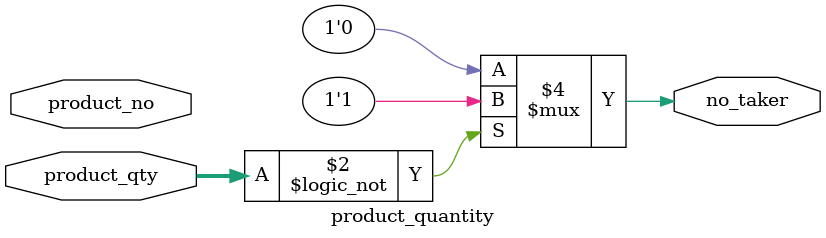
<source format=v>
module product_quantity(
    input [3:0] product_no,
    input [3:0] product_qty,
    output reg no_taker
);

    always @(*) begin
        if (product_qty == 4'd0)
            no_taker = 1'b1;
        else
            no_taker = 1'b0;
    end

endmodule


</source>
